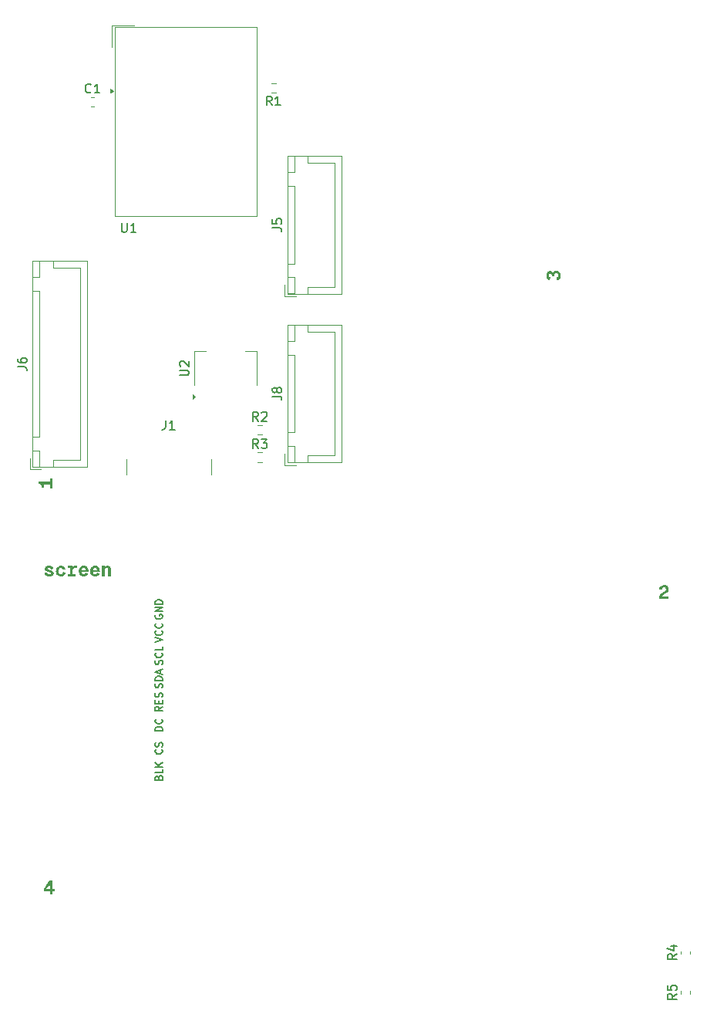
<source format=gbr>
%TF.GenerationSoftware,KiCad,Pcbnew,9.0.2*%
%TF.CreationDate,2025-07-24T13:27:54-05:00*%
%TF.ProjectId,clock,636c6f63-6b2e-46b6-9963-61645f706362,rev?*%
%TF.SameCoordinates,Original*%
%TF.FileFunction,Legend,Top*%
%TF.FilePolarity,Positive*%
%FSLAX46Y46*%
G04 Gerber Fmt 4.6, Leading zero omitted, Abs format (unit mm)*
G04 Created by KiCad (PCBNEW 9.0.2) date 2025-07-24 13:27:54*
%MOMM*%
%LPD*%
G01*
G04 APERTURE LIST*
%ADD10C,0.300000*%
%ADD11C,0.150000*%
%ADD12C,0.120000*%
G04 APERTURE END LIST*
D10*
G36*
X75640954Y-132120187D02*
G01*
X75533353Y-132113890D01*
X75443859Y-132096361D01*
X75369569Y-132069171D01*
X75301045Y-132030160D01*
X75246056Y-131984662D01*
X75202874Y-131932517D01*
X75169619Y-131873269D01*
X75147157Y-131809978D01*
X75135280Y-131741733D01*
X75415823Y-131730467D01*
X75442893Y-131792825D01*
X75486989Y-131840560D01*
X75524685Y-131862078D01*
X75575545Y-131876354D01*
X75643427Y-131881684D01*
X75733991Y-131874717D01*
X75787042Y-131857962D01*
X75813393Y-131838877D01*
X75828242Y-131815854D01*
X75833295Y-131787528D01*
X75829043Y-131757789D01*
X75817083Y-131734863D01*
X75795944Y-131716641D01*
X75754344Y-131697128D01*
X75614850Y-131661591D01*
X75453905Y-131621095D01*
X75344748Y-131580899D01*
X75281760Y-131546373D01*
X75235284Y-131508620D01*
X75202416Y-131467692D01*
X75179350Y-131420416D01*
X75164806Y-131364441D01*
X75159643Y-131297882D01*
X75165376Y-131234089D01*
X75182253Y-131175164D01*
X75210384Y-131120013D01*
X75248817Y-131071462D01*
X75299335Y-131028856D01*
X75363891Y-130992060D01*
X75434039Y-130966547D01*
X75518719Y-130950080D01*
X75620712Y-130944158D01*
X75732515Y-130951021D01*
X75822196Y-130969831D01*
X75893745Y-130998563D01*
X75959094Y-131039558D01*
X76010821Y-131086256D01*
X76050641Y-131138880D01*
X76093567Y-131227767D01*
X76116311Y-131321330D01*
X75833295Y-131333969D01*
X75819729Y-131291519D01*
X75797300Y-131255201D01*
X75766443Y-131225388D01*
X75725950Y-131202078D01*
X75679226Y-131187833D01*
X75622452Y-131182752D01*
X75562120Y-131187488D01*
X75519835Y-131199810D01*
X75490928Y-131217832D01*
X75460616Y-131256259D01*
X75451086Y-131297882D01*
X75456707Y-131334151D01*
X75472701Y-131362363D01*
X75499901Y-131384410D01*
X75549546Y-131406418D01*
X75705617Y-131445710D01*
X75859189Y-131483053D01*
X75959691Y-131520449D01*
X76017092Y-131552881D01*
X76058756Y-131587810D01*
X76087552Y-131625229D01*
X76114793Y-131693045D01*
X76124738Y-131782491D01*
X76118112Y-131850592D01*
X76098987Y-131910155D01*
X76067585Y-131962925D01*
X76025399Y-132008038D01*
X75971088Y-132046838D01*
X75902538Y-132079246D01*
X75829470Y-132101102D01*
X75743012Y-132115163D01*
X75640954Y-132120187D01*
G37*
G36*
X76908116Y-132120187D02*
G01*
X76803279Y-132111614D01*
X76709671Y-132086800D01*
X76625283Y-132046273D01*
X76549912Y-131990756D01*
X76486461Y-131922437D01*
X76434132Y-131839918D01*
X76396774Y-131749222D01*
X76373599Y-131647329D01*
X76365531Y-131532172D01*
X76373605Y-131417080D01*
X76396785Y-131315378D01*
X76434132Y-131224976D01*
X76486422Y-131142661D01*
X76549871Y-131074297D01*
X76625283Y-131018530D01*
X76709698Y-130977742D01*
X76803303Y-130952779D01*
X76908116Y-130944158D01*
X76995417Y-130950227D01*
X77075480Y-130967930D01*
X77149459Y-130996914D01*
X77217808Y-131037132D01*
X77277228Y-131086786D01*
X77328519Y-131146482D01*
X77369188Y-131213844D01*
X77398821Y-131289835D01*
X77417179Y-131375918D01*
X77134071Y-131391031D01*
X77114711Y-131330389D01*
X77088059Y-131282731D01*
X77054479Y-131245767D01*
X77013249Y-131218029D01*
X76965879Y-131201166D01*
X76910681Y-131195300D01*
X76837370Y-131205634D01*
X76777413Y-131235322D01*
X76727499Y-131285426D01*
X76692283Y-131348850D01*
X76669500Y-131429598D01*
X76661187Y-131532172D01*
X76669502Y-131634809D01*
X76692286Y-131715585D01*
X76727499Y-131779010D01*
X76777406Y-131829059D01*
X76837363Y-131858719D01*
X76910681Y-131869044D01*
X76966612Y-131862934D01*
X77014960Y-131845292D01*
X77057410Y-131816105D01*
X77091709Y-131777279D01*
X77118554Y-131726914D01*
X77137460Y-131662415D01*
X77420568Y-131677527D01*
X77402215Y-131763717D01*
X77372519Y-131840704D01*
X77331633Y-131909802D01*
X77280114Y-131971347D01*
X77220321Y-132022794D01*
X77151474Y-132064774D01*
X77076815Y-132095249D01*
X76996100Y-132113824D01*
X76908116Y-132120187D01*
G37*
G36*
X77938516Y-132095000D02*
G01*
X77938516Y-130969437D01*
X78148534Y-130969437D01*
X78170333Y-131263444D01*
X78151007Y-131264269D01*
X78170561Y-131167985D01*
X78199859Y-131095932D01*
X78237286Y-131042984D01*
X78287153Y-131003490D01*
X78352049Y-130978523D01*
X78436588Y-130969437D01*
X78689471Y-130969437D01*
X78689471Y-131202078D01*
X78457562Y-131202078D01*
X78382566Y-131209513D01*
X78326312Y-131229647D01*
X78281141Y-131263729D01*
X78248826Y-131311530D01*
X78230196Y-131370057D01*
X78223272Y-131448183D01*
X78223272Y-132095000D01*
X77938516Y-132095000D01*
G37*
G36*
X77668872Y-132095000D02*
G01*
X77668872Y-131869044D01*
X78566006Y-131869044D01*
X78566006Y-132095000D01*
X77668872Y-132095000D01*
G37*
G36*
X77668872Y-131195300D02*
G01*
X77668872Y-130969437D01*
X78108142Y-130969437D01*
X78108142Y-131195300D01*
X77668872Y-131195300D01*
G37*
G36*
X79511868Y-130952639D02*
G01*
X79602505Y-130977235D01*
X79684516Y-131017522D01*
X79757483Y-131072524D01*
X79819367Y-131140873D01*
X79870812Y-131224152D01*
X79907370Y-131315361D01*
X79930220Y-131419225D01*
X79938224Y-131538034D01*
X79938224Y-131609475D01*
X79172980Y-131609475D01*
X79187211Y-131690558D01*
X79213115Y-131753517D01*
X79249550Y-131802091D01*
X79297318Y-131838923D01*
X79353438Y-131861245D01*
X79420368Y-131869044D01*
X79494706Y-131859235D01*
X79553907Y-131831492D01*
X79600116Y-131787588D01*
X79629470Y-131731291D01*
X79915509Y-131750983D01*
X79868307Y-131862820D01*
X79807003Y-131952740D01*
X79731502Y-132024016D01*
X79665873Y-132065117D01*
X79592082Y-132095054D01*
X79508719Y-132113685D01*
X79414048Y-132120187D01*
X79311028Y-132111841D01*
X79218891Y-132087672D01*
X79135703Y-132048196D01*
X79061566Y-131993827D01*
X78999045Y-131926165D01*
X78947391Y-131843674D01*
X78910711Y-131752997D01*
X78887812Y-131649917D01*
X78879797Y-131532172D01*
X78887689Y-131416996D01*
X78888127Y-131415027D01*
X79176735Y-131415027D01*
X79632859Y-131415027D01*
X79619473Y-131344247D01*
X79595599Y-131290521D01*
X79562242Y-131250163D01*
X79519129Y-131220132D01*
X79468469Y-131201748D01*
X79408186Y-131195300D01*
X79346831Y-131201923D01*
X79295700Y-131220751D01*
X79252573Y-131251446D01*
X79218685Y-131292424D01*
X79193157Y-131345928D01*
X79176735Y-131415027D01*
X78888127Y-131415027D01*
X78910329Y-131315285D01*
X78946750Y-131224976D01*
X78997885Y-131142487D01*
X79059752Y-131074150D01*
X79133046Y-131018530D01*
X79215397Y-130977775D01*
X79307234Y-130952801D01*
X79410659Y-130944158D01*
X79511868Y-130952639D01*
G37*
G36*
X80770695Y-130952639D02*
G01*
X80861333Y-130977235D01*
X80943344Y-131017522D01*
X81016310Y-131072524D01*
X81078194Y-131140873D01*
X81129640Y-131224152D01*
X81166198Y-131315361D01*
X81189047Y-131419225D01*
X81197051Y-131538034D01*
X81197051Y-131609475D01*
X80431808Y-131609475D01*
X80446039Y-131690558D01*
X80471943Y-131753517D01*
X80508378Y-131802091D01*
X80556146Y-131838923D01*
X80612265Y-131861245D01*
X80679195Y-131869044D01*
X80753534Y-131859235D01*
X80812735Y-131831492D01*
X80858943Y-131787588D01*
X80888298Y-131731291D01*
X81174337Y-131750983D01*
X81127135Y-131862820D01*
X81065831Y-131952740D01*
X80990330Y-132024016D01*
X80924701Y-132065117D01*
X80850910Y-132095054D01*
X80767546Y-132113685D01*
X80672875Y-132120187D01*
X80569856Y-132111841D01*
X80477718Y-132087672D01*
X80394530Y-132048196D01*
X80320394Y-131993827D01*
X80257873Y-131926165D01*
X80206219Y-131843674D01*
X80169538Y-131752997D01*
X80146639Y-131649917D01*
X80138625Y-131532172D01*
X80146517Y-131416996D01*
X80146955Y-131415027D01*
X80435563Y-131415027D01*
X80891687Y-131415027D01*
X80878301Y-131344247D01*
X80854427Y-131290521D01*
X80821070Y-131250163D01*
X80777957Y-131220132D01*
X80727297Y-131201748D01*
X80667014Y-131195300D01*
X80605659Y-131201923D01*
X80554528Y-131220751D01*
X80511400Y-131251446D01*
X80477512Y-131292424D01*
X80451985Y-131345928D01*
X80435563Y-131415027D01*
X80146955Y-131415027D01*
X80169157Y-131315285D01*
X80205578Y-131224976D01*
X80256713Y-131142487D01*
X80318579Y-131074150D01*
X80391874Y-131018530D01*
X80474225Y-130977775D01*
X80566062Y-130952801D01*
X80669487Y-130944158D01*
X80770695Y-130952639D01*
G37*
G36*
X81445355Y-132095000D02*
G01*
X81445355Y-130969437D01*
X81705290Y-130969437D01*
X81714174Y-131276816D01*
X81685598Y-131264269D01*
X81714283Y-131161131D01*
X81756489Y-131083193D01*
X81814328Y-131021122D01*
X81883618Y-130978230D01*
X81962494Y-130952897D01*
X82051779Y-130944158D01*
X82131388Y-130950772D01*
X82196691Y-130969245D01*
X82250440Y-130998380D01*
X82296920Y-131038523D01*
X82335028Y-131087798D01*
X82365112Y-131147490D01*
X82393016Y-131246975D01*
X82402939Y-131366301D01*
X82402939Y-132095000D01*
X82118183Y-132095000D01*
X82118183Y-131430506D01*
X82112354Y-131346806D01*
X82097108Y-131286808D01*
X82074860Y-131244760D01*
X82042006Y-131212304D01*
X81999649Y-131192439D01*
X81944709Y-131185317D01*
X81888622Y-131192674D01*
X81837822Y-131214535D01*
X81794646Y-131249978D01*
X81759695Y-131300813D01*
X81738055Y-131362349D01*
X81730111Y-131443146D01*
X81730111Y-132095000D01*
X81445355Y-132095000D01*
G37*
G36*
X131778613Y-99105111D02*
G01*
X131769759Y-99234621D01*
X131745338Y-99339279D01*
X131707643Y-99423616D01*
X131657622Y-99491259D01*
X131593212Y-99547857D01*
X131519067Y-99590159D01*
X131433508Y-99618626D01*
X131334214Y-99632584D01*
X131319101Y-99331066D01*
X131387486Y-99316335D01*
X131436328Y-99290892D01*
X131470318Y-99255687D01*
X131494113Y-99211091D01*
X131508846Y-99159733D01*
X131514007Y-99100074D01*
X131508363Y-99035888D01*
X131492208Y-98980364D01*
X131464008Y-98932397D01*
X131423698Y-98895917D01*
X131372498Y-98873170D01*
X131303989Y-98864868D01*
X131235851Y-98872732D01*
X131183455Y-98894452D01*
X131141419Y-98930201D01*
X131110457Y-98979906D01*
X131092225Y-99039193D01*
X131085635Y-99113446D01*
X131085635Y-99226011D01*
X130848689Y-99226011D01*
X130848689Y-99113446D01*
X130843807Y-99056800D01*
X130830005Y-99009124D01*
X130805858Y-98968239D01*
X130771203Y-98937316D01*
X130727062Y-98918094D01*
X130667247Y-98911030D01*
X130606653Y-98917424D01*
X130561435Y-98934772D01*
X130527846Y-98961863D01*
X130503464Y-98998238D01*
X130488059Y-99043747D01*
X130482508Y-99100898D01*
X130488300Y-99164610D01*
X130503915Y-99212366D01*
X130527846Y-99247902D01*
X130560821Y-99275736D01*
X130601143Y-99295383D01*
X130650486Y-99306703D01*
X130635374Y-99609045D01*
X130542317Y-99590478D01*
X130462084Y-99558937D01*
X130392648Y-99514842D01*
X130332574Y-99457645D01*
X130285583Y-99390559D01*
X130250638Y-99310162D01*
X130228343Y-99213840D01*
X130220375Y-99098333D01*
X130226155Y-98997568D01*
X130242543Y-98910244D01*
X130268460Y-98834460D01*
X130306219Y-98764556D01*
X130352653Y-98708057D01*
X130408136Y-98663276D01*
X130471648Y-98630756D01*
X130544479Y-98610609D01*
X130628688Y-98603558D01*
X130720007Y-98613766D01*
X130794567Y-98642598D01*
X130856108Y-98689471D01*
X130904261Y-98751543D01*
X130942232Y-98832482D01*
X130968857Y-98936675D01*
X130928557Y-98936675D01*
X130945405Y-98847581D01*
X130972484Y-98772647D01*
X131009013Y-98709669D01*
X131054952Y-98656956D01*
X131110450Y-98613936D01*
X131172854Y-98583073D01*
X131243492Y-98564028D01*
X131324139Y-98557397D01*
X131416546Y-98565239D01*
X131497033Y-98587725D01*
X131567771Y-98624166D01*
X131629732Y-98674178D01*
X131681734Y-98736880D01*
X131724208Y-98814035D01*
X131753555Y-98897740D01*
X131772083Y-98994062D01*
X131778613Y-99105111D01*
G37*
G36*
X75995000Y-122021611D02*
G01*
X75016441Y-122021611D01*
X75016441Y-122387059D01*
X74767771Y-122387059D01*
X74767771Y-122223294D01*
X74760737Y-122142604D01*
X74742217Y-122084992D01*
X74708857Y-122039562D01*
X74658594Y-122007597D01*
X74595302Y-121989836D01*
X74503989Y-121982959D01*
X74503989Y-121722566D01*
X75995000Y-121722566D01*
X75995000Y-122021611D01*
G37*
G36*
X75995000Y-122449158D02*
G01*
X75725355Y-122449158D01*
X75725355Y-121390823D01*
X75995000Y-121390823D01*
X75995000Y-122449158D01*
G37*
G36*
X76024355Y-166437210D02*
G01*
X76201217Y-166437210D01*
X76201217Y-166696779D01*
X76024355Y-166696779D01*
X76024355Y-166995000D01*
X75725310Y-166995000D01*
X75725310Y-166696779D01*
X75058802Y-166696779D01*
X75058802Y-166451132D01*
X75067988Y-166437210D01*
X75339345Y-166437210D01*
X75725310Y-166437210D01*
X75725310Y-165879512D01*
X75339345Y-166437210D01*
X75067988Y-166437210D01*
X75683728Y-165503989D01*
X76024355Y-165503989D01*
X76024355Y-166437210D01*
G37*
G36*
X142592415Y-134595000D02*
G01*
X142598109Y-134474607D01*
X142614290Y-134369033D01*
X142639859Y-134276446D01*
X142678480Y-134189198D01*
X142733081Y-134105874D01*
X142805273Y-134025761D01*
X142887867Y-133955268D01*
X142994972Y-133881579D01*
X143130879Y-133804569D01*
X143203374Y-133764031D01*
X143257641Y-133727724D01*
X143302705Y-133687245D01*
X143333661Y-133644193D01*
X143352476Y-133594323D01*
X143359307Y-133529887D01*
X143353281Y-133472679D01*
X143336409Y-133426572D01*
X143308222Y-133388264D01*
X143268815Y-133359161D01*
X143220490Y-133341469D01*
X143156891Y-133334981D01*
X143083988Y-133342855D01*
X143028214Y-133364467D01*
X142985524Y-133398637D01*
X142952868Y-133444192D01*
X142926764Y-133504143D01*
X142908221Y-133581911D01*
X142598277Y-133564325D01*
X142618161Y-133452016D01*
X142652620Y-133355989D01*
X142700858Y-133273679D01*
X142763141Y-133203182D01*
X142837555Y-133147329D01*
X142926727Y-133106025D01*
X143033600Y-133079756D01*
X143161928Y-133070375D01*
X143272390Y-133077163D01*
X143364549Y-133096104D01*
X143441372Y-133125604D01*
X143511222Y-133168200D01*
X143566967Y-133219605D01*
X143610266Y-133280393D01*
X143641092Y-133348826D01*
X143660149Y-133425804D01*
X143666778Y-133513034D01*
X143656730Y-133627503D01*
X143628951Y-133718839D01*
X143599358Y-133773179D01*
X143558531Y-133825787D01*
X143505028Y-133877017D01*
X143409660Y-133947140D01*
X143271105Y-134029699D01*
X143157476Y-134094974D01*
X143078122Y-134148127D01*
X143011982Y-134202031D01*
X142972243Y-134244480D01*
X142945324Y-134288109D01*
X142934691Y-134325355D01*
X143667602Y-134325355D01*
X143667602Y-134595000D01*
X142592415Y-134595000D01*
G37*
D11*
X100154819Y-112383333D02*
X100869104Y-112383333D01*
X100869104Y-112383333D02*
X101011961Y-112430952D01*
X101011961Y-112430952D02*
X101107200Y-112526190D01*
X101107200Y-112526190D02*
X101154819Y-112669047D01*
X101154819Y-112669047D02*
X101154819Y-112764285D01*
X100583390Y-111764285D02*
X100535771Y-111859523D01*
X100535771Y-111859523D02*
X100488152Y-111907142D01*
X100488152Y-111907142D02*
X100392914Y-111954761D01*
X100392914Y-111954761D02*
X100345295Y-111954761D01*
X100345295Y-111954761D02*
X100250057Y-111907142D01*
X100250057Y-111907142D02*
X100202438Y-111859523D01*
X100202438Y-111859523D02*
X100154819Y-111764285D01*
X100154819Y-111764285D02*
X100154819Y-111573809D01*
X100154819Y-111573809D02*
X100202438Y-111478571D01*
X100202438Y-111478571D02*
X100250057Y-111430952D01*
X100250057Y-111430952D02*
X100345295Y-111383333D01*
X100345295Y-111383333D02*
X100392914Y-111383333D01*
X100392914Y-111383333D02*
X100488152Y-111430952D01*
X100488152Y-111430952D02*
X100535771Y-111478571D01*
X100535771Y-111478571D02*
X100583390Y-111573809D01*
X100583390Y-111573809D02*
X100583390Y-111764285D01*
X100583390Y-111764285D02*
X100631009Y-111859523D01*
X100631009Y-111859523D02*
X100678628Y-111907142D01*
X100678628Y-111907142D02*
X100773866Y-111954761D01*
X100773866Y-111954761D02*
X100964342Y-111954761D01*
X100964342Y-111954761D02*
X101059580Y-111907142D01*
X101059580Y-111907142D02*
X101107200Y-111859523D01*
X101107200Y-111859523D02*
X101154819Y-111764285D01*
X101154819Y-111764285D02*
X101154819Y-111573809D01*
X101154819Y-111573809D02*
X101107200Y-111478571D01*
X101107200Y-111478571D02*
X101059580Y-111430952D01*
X101059580Y-111430952D02*
X100964342Y-111383333D01*
X100964342Y-111383333D02*
X100773866Y-111383333D01*
X100773866Y-111383333D02*
X100678628Y-111430952D01*
X100678628Y-111430952D02*
X100631009Y-111478571D01*
X100631009Y-111478571D02*
X100583390Y-111573809D01*
X144524820Y-173554166D02*
X144048629Y-173887499D01*
X144524820Y-174125594D02*
X143524820Y-174125594D01*
X143524820Y-174125594D02*
X143524820Y-173744642D01*
X143524820Y-173744642D02*
X143572439Y-173649404D01*
X143572439Y-173649404D02*
X143620058Y-173601785D01*
X143620058Y-173601785D02*
X143715296Y-173554166D01*
X143715296Y-173554166D02*
X143858153Y-173554166D01*
X143858153Y-173554166D02*
X143953391Y-173601785D01*
X143953391Y-173601785D02*
X144001010Y-173649404D01*
X144001010Y-173649404D02*
X144048629Y-173744642D01*
X144048629Y-173744642D02*
X144048629Y-174125594D01*
X143858153Y-172697023D02*
X144524820Y-172697023D01*
X143477201Y-172935118D02*
X144191486Y-173173213D01*
X144191486Y-173173213D02*
X144191486Y-172554166D01*
X72154819Y-109133333D02*
X72869104Y-109133333D01*
X72869104Y-109133333D02*
X73011961Y-109180952D01*
X73011961Y-109180952D02*
X73107200Y-109276190D01*
X73107200Y-109276190D02*
X73154819Y-109419047D01*
X73154819Y-109419047D02*
X73154819Y-109514285D01*
X72154819Y-108228571D02*
X72154819Y-108419047D01*
X72154819Y-108419047D02*
X72202438Y-108514285D01*
X72202438Y-108514285D02*
X72250057Y-108561904D01*
X72250057Y-108561904D02*
X72392914Y-108657142D01*
X72392914Y-108657142D02*
X72583390Y-108704761D01*
X72583390Y-108704761D02*
X72964342Y-108704761D01*
X72964342Y-108704761D02*
X73059580Y-108657142D01*
X73059580Y-108657142D02*
X73107200Y-108609523D01*
X73107200Y-108609523D02*
X73154819Y-108514285D01*
X73154819Y-108514285D02*
X73154819Y-108323809D01*
X73154819Y-108323809D02*
X73107200Y-108228571D01*
X73107200Y-108228571D02*
X73059580Y-108180952D01*
X73059580Y-108180952D02*
X72964342Y-108133333D01*
X72964342Y-108133333D02*
X72726247Y-108133333D01*
X72726247Y-108133333D02*
X72631009Y-108180952D01*
X72631009Y-108180952D02*
X72583390Y-108228571D01*
X72583390Y-108228571D02*
X72535771Y-108323809D01*
X72535771Y-108323809D02*
X72535771Y-108514285D01*
X72535771Y-108514285D02*
X72583390Y-108609523D01*
X72583390Y-108609523D02*
X72631009Y-108657142D01*
X72631009Y-108657142D02*
X72726247Y-108704761D01*
X98583333Y-118074819D02*
X98250000Y-117598628D01*
X98011905Y-118074819D02*
X98011905Y-117074819D01*
X98011905Y-117074819D02*
X98392857Y-117074819D01*
X98392857Y-117074819D02*
X98488095Y-117122438D01*
X98488095Y-117122438D02*
X98535714Y-117170057D01*
X98535714Y-117170057D02*
X98583333Y-117265295D01*
X98583333Y-117265295D02*
X98583333Y-117408152D01*
X98583333Y-117408152D02*
X98535714Y-117503390D01*
X98535714Y-117503390D02*
X98488095Y-117551009D01*
X98488095Y-117551009D02*
X98392857Y-117598628D01*
X98392857Y-117598628D02*
X98011905Y-117598628D01*
X98916667Y-117074819D02*
X99535714Y-117074819D01*
X99535714Y-117074819D02*
X99202381Y-117455771D01*
X99202381Y-117455771D02*
X99345238Y-117455771D01*
X99345238Y-117455771D02*
X99440476Y-117503390D01*
X99440476Y-117503390D02*
X99488095Y-117551009D01*
X99488095Y-117551009D02*
X99535714Y-117646247D01*
X99535714Y-117646247D02*
X99535714Y-117884342D01*
X99535714Y-117884342D02*
X99488095Y-117979580D01*
X99488095Y-117979580D02*
X99440476Y-118027200D01*
X99440476Y-118027200D02*
X99345238Y-118074819D01*
X99345238Y-118074819D02*
X99059524Y-118074819D01*
X99059524Y-118074819D02*
X98964286Y-118027200D01*
X98964286Y-118027200D02*
X98916667Y-117979580D01*
X100154819Y-93883333D02*
X100869104Y-93883333D01*
X100869104Y-93883333D02*
X101011961Y-93930952D01*
X101011961Y-93930952D02*
X101107200Y-94026190D01*
X101107200Y-94026190D02*
X101154819Y-94169047D01*
X101154819Y-94169047D02*
X101154819Y-94264285D01*
X100154819Y-92930952D02*
X100154819Y-93407142D01*
X100154819Y-93407142D02*
X100631009Y-93454761D01*
X100631009Y-93454761D02*
X100583390Y-93407142D01*
X100583390Y-93407142D02*
X100535771Y-93311904D01*
X100535771Y-93311904D02*
X100535771Y-93073809D01*
X100535771Y-93073809D02*
X100583390Y-92978571D01*
X100583390Y-92978571D02*
X100631009Y-92930952D01*
X100631009Y-92930952D02*
X100726247Y-92883333D01*
X100726247Y-92883333D02*
X100964342Y-92883333D01*
X100964342Y-92883333D02*
X101059580Y-92930952D01*
X101059580Y-92930952D02*
X101107200Y-92978571D01*
X101107200Y-92978571D02*
X101154819Y-93073809D01*
X101154819Y-93073809D02*
X101154819Y-93311904D01*
X101154819Y-93311904D02*
X101107200Y-93407142D01*
X101107200Y-93407142D02*
X101059580Y-93454761D01*
X89954819Y-110061904D02*
X90764342Y-110061904D01*
X90764342Y-110061904D02*
X90859580Y-110014285D01*
X90859580Y-110014285D02*
X90907200Y-109966666D01*
X90907200Y-109966666D02*
X90954819Y-109871428D01*
X90954819Y-109871428D02*
X90954819Y-109680952D01*
X90954819Y-109680952D02*
X90907200Y-109585714D01*
X90907200Y-109585714D02*
X90859580Y-109538095D01*
X90859580Y-109538095D02*
X90764342Y-109490476D01*
X90764342Y-109490476D02*
X89954819Y-109490476D01*
X90050057Y-109061904D02*
X90002438Y-109014285D01*
X90002438Y-109014285D02*
X89954819Y-108919047D01*
X89954819Y-108919047D02*
X89954819Y-108680952D01*
X89954819Y-108680952D02*
X90002438Y-108585714D01*
X90002438Y-108585714D02*
X90050057Y-108538095D01*
X90050057Y-108538095D02*
X90145295Y-108490476D01*
X90145295Y-108490476D02*
X90240533Y-108490476D01*
X90240533Y-108490476D02*
X90383390Y-108538095D01*
X90383390Y-108538095D02*
X90954819Y-109109523D01*
X90954819Y-109109523D02*
X90954819Y-108490476D01*
X144524820Y-177916666D02*
X144048629Y-178249999D01*
X144524820Y-178488094D02*
X143524820Y-178488094D01*
X143524820Y-178488094D02*
X143524820Y-178107142D01*
X143524820Y-178107142D02*
X143572439Y-178011904D01*
X143572439Y-178011904D02*
X143620058Y-177964285D01*
X143620058Y-177964285D02*
X143715296Y-177916666D01*
X143715296Y-177916666D02*
X143858153Y-177916666D01*
X143858153Y-177916666D02*
X143953391Y-177964285D01*
X143953391Y-177964285D02*
X144001010Y-178011904D01*
X144001010Y-178011904D02*
X144048629Y-178107142D01*
X144048629Y-178107142D02*
X144048629Y-178488094D01*
X143524820Y-177011904D02*
X143524820Y-177488094D01*
X143524820Y-177488094D02*
X144001010Y-177535713D01*
X144001010Y-177535713D02*
X143953391Y-177488094D01*
X143953391Y-177488094D02*
X143905772Y-177392856D01*
X143905772Y-177392856D02*
X143905772Y-177154761D01*
X143905772Y-177154761D02*
X143953391Y-177059523D01*
X143953391Y-177059523D02*
X144001010Y-177011904D01*
X144001010Y-177011904D02*
X144096248Y-176964285D01*
X144096248Y-176964285D02*
X144334343Y-176964285D01*
X144334343Y-176964285D02*
X144429581Y-177011904D01*
X144429581Y-177011904D02*
X144477201Y-177059523D01*
X144477201Y-177059523D02*
X144524820Y-177154761D01*
X144524820Y-177154761D02*
X144524820Y-177392856D01*
X144524820Y-177392856D02*
X144477201Y-177488094D01*
X144477201Y-177488094D02*
X144429581Y-177535713D01*
X83598095Y-93344819D02*
X83598095Y-94154342D01*
X83598095Y-94154342D02*
X83645714Y-94249580D01*
X83645714Y-94249580D02*
X83693333Y-94297200D01*
X83693333Y-94297200D02*
X83788571Y-94344819D01*
X83788571Y-94344819D02*
X83979047Y-94344819D01*
X83979047Y-94344819D02*
X84074285Y-94297200D01*
X84074285Y-94297200D02*
X84121904Y-94249580D01*
X84121904Y-94249580D02*
X84169523Y-94154342D01*
X84169523Y-94154342D02*
X84169523Y-93344819D01*
X85169523Y-94344819D02*
X84598095Y-94344819D01*
X84883809Y-94344819D02*
X84883809Y-93344819D01*
X84883809Y-93344819D02*
X84788571Y-93487676D01*
X84788571Y-93487676D02*
X84693333Y-93582914D01*
X84693333Y-93582914D02*
X84598095Y-93630533D01*
X80220833Y-78979580D02*
X80173214Y-79027200D01*
X80173214Y-79027200D02*
X80030357Y-79074819D01*
X80030357Y-79074819D02*
X79935119Y-79074819D01*
X79935119Y-79074819D02*
X79792262Y-79027200D01*
X79792262Y-79027200D02*
X79697024Y-78931961D01*
X79697024Y-78931961D02*
X79649405Y-78836723D01*
X79649405Y-78836723D02*
X79601786Y-78646247D01*
X79601786Y-78646247D02*
X79601786Y-78503390D01*
X79601786Y-78503390D02*
X79649405Y-78312914D01*
X79649405Y-78312914D02*
X79697024Y-78217676D01*
X79697024Y-78217676D02*
X79792262Y-78122438D01*
X79792262Y-78122438D02*
X79935119Y-78074819D01*
X79935119Y-78074819D02*
X80030357Y-78074819D01*
X80030357Y-78074819D02*
X80173214Y-78122438D01*
X80173214Y-78122438D02*
X80220833Y-78170057D01*
X81173214Y-79074819D02*
X80601786Y-79074819D01*
X80887500Y-79074819D02*
X80887500Y-78074819D01*
X80887500Y-78074819D02*
X80792262Y-78217676D01*
X80792262Y-78217676D02*
X80697024Y-78312914D01*
X80697024Y-78312914D02*
X80601786Y-78360533D01*
X88416666Y-115004819D02*
X88416666Y-115719104D01*
X88416666Y-115719104D02*
X88369047Y-115861961D01*
X88369047Y-115861961D02*
X88273809Y-115957200D01*
X88273809Y-115957200D02*
X88130952Y-116004819D01*
X88130952Y-116004819D02*
X88035714Y-116004819D01*
X89416666Y-116004819D02*
X88845238Y-116004819D01*
X89130952Y-116004819D02*
X89130952Y-115004819D01*
X89130952Y-115004819D02*
X89035714Y-115147676D01*
X89035714Y-115147676D02*
X88940476Y-115242914D01*
X88940476Y-115242914D02*
X88845238Y-115290533D01*
X98583333Y-115074819D02*
X98250000Y-114598628D01*
X98011905Y-115074819D02*
X98011905Y-114074819D01*
X98011905Y-114074819D02*
X98392857Y-114074819D01*
X98392857Y-114074819D02*
X98488095Y-114122438D01*
X98488095Y-114122438D02*
X98535714Y-114170057D01*
X98535714Y-114170057D02*
X98583333Y-114265295D01*
X98583333Y-114265295D02*
X98583333Y-114408152D01*
X98583333Y-114408152D02*
X98535714Y-114503390D01*
X98535714Y-114503390D02*
X98488095Y-114551009D01*
X98488095Y-114551009D02*
X98392857Y-114598628D01*
X98392857Y-114598628D02*
X98011905Y-114598628D01*
X98964286Y-114170057D02*
X99011905Y-114122438D01*
X99011905Y-114122438D02*
X99107143Y-114074819D01*
X99107143Y-114074819D02*
X99345238Y-114074819D01*
X99345238Y-114074819D02*
X99440476Y-114122438D01*
X99440476Y-114122438D02*
X99488095Y-114170057D01*
X99488095Y-114170057D02*
X99535714Y-114265295D01*
X99535714Y-114265295D02*
X99535714Y-114360533D01*
X99535714Y-114360533D02*
X99488095Y-114503390D01*
X99488095Y-114503390D02*
X98916667Y-115074819D01*
X98916667Y-115074819D02*
X99535714Y-115074819D01*
X100083333Y-80434819D02*
X99750000Y-79958628D01*
X99511905Y-80434819D02*
X99511905Y-79434819D01*
X99511905Y-79434819D02*
X99892857Y-79434819D01*
X99892857Y-79434819D02*
X99988095Y-79482438D01*
X99988095Y-79482438D02*
X100035714Y-79530057D01*
X100035714Y-79530057D02*
X100083333Y-79625295D01*
X100083333Y-79625295D02*
X100083333Y-79768152D01*
X100083333Y-79768152D02*
X100035714Y-79863390D01*
X100035714Y-79863390D02*
X99988095Y-79911009D01*
X99988095Y-79911009D02*
X99892857Y-79958628D01*
X99892857Y-79958628D02*
X99511905Y-79958628D01*
X101035714Y-80434819D02*
X100464286Y-80434819D01*
X100750000Y-80434819D02*
X100750000Y-79434819D01*
X100750000Y-79434819D02*
X100654762Y-79577676D01*
X100654762Y-79577676D02*
X100559524Y-79672914D01*
X100559524Y-79672914D02*
X100464286Y-79720533D01*
X87643247Y-154196666D02*
X87681342Y-154082380D01*
X87681342Y-154082380D02*
X87719438Y-154044285D01*
X87719438Y-154044285D02*
X87795628Y-154006189D01*
X87795628Y-154006189D02*
X87909914Y-154006189D01*
X87909914Y-154006189D02*
X87986104Y-154044285D01*
X87986104Y-154044285D02*
X88024200Y-154082380D01*
X88024200Y-154082380D02*
X88062295Y-154158570D01*
X88062295Y-154158570D02*
X88062295Y-154463332D01*
X88062295Y-154463332D02*
X87262295Y-154463332D01*
X87262295Y-154463332D02*
X87262295Y-154196666D01*
X87262295Y-154196666D02*
X87300390Y-154120475D01*
X87300390Y-154120475D02*
X87338485Y-154082380D01*
X87338485Y-154082380D02*
X87414676Y-154044285D01*
X87414676Y-154044285D02*
X87490866Y-154044285D01*
X87490866Y-154044285D02*
X87567057Y-154082380D01*
X87567057Y-154082380D02*
X87605152Y-154120475D01*
X87605152Y-154120475D02*
X87643247Y-154196666D01*
X87643247Y-154196666D02*
X87643247Y-154463332D01*
X88062295Y-153282380D02*
X88062295Y-153663332D01*
X88062295Y-153663332D02*
X87262295Y-153663332D01*
X88062295Y-153015713D02*
X87262295Y-153015713D01*
X88062295Y-152558570D02*
X87605152Y-152901428D01*
X87262295Y-152558570D02*
X87719438Y-153015713D01*
X87300390Y-136359523D02*
X87262295Y-136435713D01*
X87262295Y-136435713D02*
X87262295Y-136549999D01*
X87262295Y-136549999D02*
X87300390Y-136664285D01*
X87300390Y-136664285D02*
X87376580Y-136740475D01*
X87376580Y-136740475D02*
X87452771Y-136778570D01*
X87452771Y-136778570D02*
X87605152Y-136816666D01*
X87605152Y-136816666D02*
X87719438Y-136816666D01*
X87719438Y-136816666D02*
X87871819Y-136778570D01*
X87871819Y-136778570D02*
X87948009Y-136740475D01*
X87948009Y-136740475D02*
X88024200Y-136664285D01*
X88024200Y-136664285D02*
X88062295Y-136549999D01*
X88062295Y-136549999D02*
X88062295Y-136473808D01*
X88062295Y-136473808D02*
X88024200Y-136359523D01*
X88024200Y-136359523D02*
X87986104Y-136321427D01*
X87986104Y-136321427D02*
X87719438Y-136321427D01*
X87719438Y-136321427D02*
X87719438Y-136473808D01*
X88062295Y-135978570D02*
X87262295Y-135978570D01*
X87262295Y-135978570D02*
X88062295Y-135521427D01*
X88062295Y-135521427D02*
X87262295Y-135521427D01*
X88062295Y-135140475D02*
X87262295Y-135140475D01*
X87262295Y-135140475D02*
X87262295Y-134949999D01*
X87262295Y-134949999D02*
X87300390Y-134835713D01*
X87300390Y-134835713D02*
X87376580Y-134759523D01*
X87376580Y-134759523D02*
X87452771Y-134721428D01*
X87452771Y-134721428D02*
X87605152Y-134683332D01*
X87605152Y-134683332D02*
X87719438Y-134683332D01*
X87719438Y-134683332D02*
X87871819Y-134721428D01*
X87871819Y-134721428D02*
X87948009Y-134759523D01*
X87948009Y-134759523D02*
X88024200Y-134835713D01*
X88024200Y-134835713D02*
X88062295Y-134949999D01*
X88062295Y-134949999D02*
X88062295Y-135140475D01*
X88024200Y-141782381D02*
X88062295Y-141668095D01*
X88062295Y-141668095D02*
X88062295Y-141477619D01*
X88062295Y-141477619D02*
X88024200Y-141401428D01*
X88024200Y-141401428D02*
X87986104Y-141363333D01*
X87986104Y-141363333D02*
X87909914Y-141325238D01*
X87909914Y-141325238D02*
X87833723Y-141325238D01*
X87833723Y-141325238D02*
X87757533Y-141363333D01*
X87757533Y-141363333D02*
X87719438Y-141401428D01*
X87719438Y-141401428D02*
X87681342Y-141477619D01*
X87681342Y-141477619D02*
X87643247Y-141630000D01*
X87643247Y-141630000D02*
X87605152Y-141706190D01*
X87605152Y-141706190D02*
X87567057Y-141744285D01*
X87567057Y-141744285D02*
X87490866Y-141782381D01*
X87490866Y-141782381D02*
X87414676Y-141782381D01*
X87414676Y-141782381D02*
X87338485Y-141744285D01*
X87338485Y-141744285D02*
X87300390Y-141706190D01*
X87300390Y-141706190D02*
X87262295Y-141630000D01*
X87262295Y-141630000D02*
X87262295Y-141439523D01*
X87262295Y-141439523D02*
X87300390Y-141325238D01*
X87986104Y-140525237D02*
X88024200Y-140563333D01*
X88024200Y-140563333D02*
X88062295Y-140677618D01*
X88062295Y-140677618D02*
X88062295Y-140753809D01*
X88062295Y-140753809D02*
X88024200Y-140868095D01*
X88024200Y-140868095D02*
X87948009Y-140944285D01*
X87948009Y-140944285D02*
X87871819Y-140982380D01*
X87871819Y-140982380D02*
X87719438Y-141020476D01*
X87719438Y-141020476D02*
X87605152Y-141020476D01*
X87605152Y-141020476D02*
X87452771Y-140982380D01*
X87452771Y-140982380D02*
X87376580Y-140944285D01*
X87376580Y-140944285D02*
X87300390Y-140868095D01*
X87300390Y-140868095D02*
X87262295Y-140753809D01*
X87262295Y-140753809D02*
X87262295Y-140677618D01*
X87262295Y-140677618D02*
X87300390Y-140563333D01*
X87300390Y-140563333D02*
X87338485Y-140525237D01*
X88062295Y-139801428D02*
X88062295Y-140182380D01*
X88062295Y-140182380D02*
X87262295Y-140182380D01*
X87262295Y-139356666D02*
X88062295Y-139089999D01*
X88062295Y-139089999D02*
X87262295Y-138823333D01*
X87986104Y-138099523D02*
X88024200Y-138137619D01*
X88024200Y-138137619D02*
X88062295Y-138251904D01*
X88062295Y-138251904D02*
X88062295Y-138328095D01*
X88062295Y-138328095D02*
X88024200Y-138442381D01*
X88024200Y-138442381D02*
X87948009Y-138518571D01*
X87948009Y-138518571D02*
X87871819Y-138556666D01*
X87871819Y-138556666D02*
X87719438Y-138594762D01*
X87719438Y-138594762D02*
X87605152Y-138594762D01*
X87605152Y-138594762D02*
X87452771Y-138556666D01*
X87452771Y-138556666D02*
X87376580Y-138518571D01*
X87376580Y-138518571D02*
X87300390Y-138442381D01*
X87300390Y-138442381D02*
X87262295Y-138328095D01*
X87262295Y-138328095D02*
X87262295Y-138251904D01*
X87262295Y-138251904D02*
X87300390Y-138137619D01*
X87300390Y-138137619D02*
X87338485Y-138099523D01*
X87986104Y-137299523D02*
X88024200Y-137337619D01*
X88024200Y-137337619D02*
X88062295Y-137451904D01*
X88062295Y-137451904D02*
X88062295Y-137528095D01*
X88062295Y-137528095D02*
X88024200Y-137642381D01*
X88024200Y-137642381D02*
X87948009Y-137718571D01*
X87948009Y-137718571D02*
X87871819Y-137756666D01*
X87871819Y-137756666D02*
X87719438Y-137794762D01*
X87719438Y-137794762D02*
X87605152Y-137794762D01*
X87605152Y-137794762D02*
X87452771Y-137756666D01*
X87452771Y-137756666D02*
X87376580Y-137718571D01*
X87376580Y-137718571D02*
X87300390Y-137642381D01*
X87300390Y-137642381D02*
X87262295Y-137528095D01*
X87262295Y-137528095D02*
X87262295Y-137451904D01*
X87262295Y-137451904D02*
X87300390Y-137337619D01*
X87300390Y-137337619D02*
X87338485Y-137299523D01*
X88024200Y-144341428D02*
X88062295Y-144227142D01*
X88062295Y-144227142D02*
X88062295Y-144036666D01*
X88062295Y-144036666D02*
X88024200Y-143960475D01*
X88024200Y-143960475D02*
X87986104Y-143922380D01*
X87986104Y-143922380D02*
X87909914Y-143884285D01*
X87909914Y-143884285D02*
X87833723Y-143884285D01*
X87833723Y-143884285D02*
X87757533Y-143922380D01*
X87757533Y-143922380D02*
X87719438Y-143960475D01*
X87719438Y-143960475D02*
X87681342Y-144036666D01*
X87681342Y-144036666D02*
X87643247Y-144189047D01*
X87643247Y-144189047D02*
X87605152Y-144265237D01*
X87605152Y-144265237D02*
X87567057Y-144303332D01*
X87567057Y-144303332D02*
X87490866Y-144341428D01*
X87490866Y-144341428D02*
X87414676Y-144341428D01*
X87414676Y-144341428D02*
X87338485Y-144303332D01*
X87338485Y-144303332D02*
X87300390Y-144265237D01*
X87300390Y-144265237D02*
X87262295Y-144189047D01*
X87262295Y-144189047D02*
X87262295Y-143998570D01*
X87262295Y-143998570D02*
X87300390Y-143884285D01*
X88062295Y-143541427D02*
X87262295Y-143541427D01*
X87262295Y-143541427D02*
X87262295Y-143350951D01*
X87262295Y-143350951D02*
X87300390Y-143236665D01*
X87300390Y-143236665D02*
X87376580Y-143160475D01*
X87376580Y-143160475D02*
X87452771Y-143122380D01*
X87452771Y-143122380D02*
X87605152Y-143084284D01*
X87605152Y-143084284D02*
X87719438Y-143084284D01*
X87719438Y-143084284D02*
X87871819Y-143122380D01*
X87871819Y-143122380D02*
X87948009Y-143160475D01*
X87948009Y-143160475D02*
X88024200Y-143236665D01*
X88024200Y-143236665D02*
X88062295Y-143350951D01*
X88062295Y-143350951D02*
X88062295Y-143541427D01*
X87833723Y-142779523D02*
X87833723Y-142398570D01*
X88062295Y-142855713D02*
X87262295Y-142589046D01*
X87262295Y-142589046D02*
X88062295Y-142322380D01*
X88062295Y-149059523D02*
X87262295Y-149059523D01*
X87262295Y-149059523D02*
X87262295Y-148869047D01*
X87262295Y-148869047D02*
X87300390Y-148754761D01*
X87300390Y-148754761D02*
X87376580Y-148678571D01*
X87376580Y-148678571D02*
X87452771Y-148640476D01*
X87452771Y-148640476D02*
X87605152Y-148602380D01*
X87605152Y-148602380D02*
X87719438Y-148602380D01*
X87719438Y-148602380D02*
X87871819Y-148640476D01*
X87871819Y-148640476D02*
X87948009Y-148678571D01*
X87948009Y-148678571D02*
X88024200Y-148754761D01*
X88024200Y-148754761D02*
X88062295Y-148869047D01*
X88062295Y-148869047D02*
X88062295Y-149059523D01*
X87986104Y-147802380D02*
X88024200Y-147840476D01*
X88024200Y-147840476D02*
X88062295Y-147954761D01*
X88062295Y-147954761D02*
X88062295Y-148030952D01*
X88062295Y-148030952D02*
X88024200Y-148145238D01*
X88024200Y-148145238D02*
X87948009Y-148221428D01*
X87948009Y-148221428D02*
X87871819Y-148259523D01*
X87871819Y-148259523D02*
X87719438Y-148297619D01*
X87719438Y-148297619D02*
X87605152Y-148297619D01*
X87605152Y-148297619D02*
X87452771Y-148259523D01*
X87452771Y-148259523D02*
X87376580Y-148221428D01*
X87376580Y-148221428D02*
X87300390Y-148145238D01*
X87300390Y-148145238D02*
X87262295Y-148030952D01*
X87262295Y-148030952D02*
X87262295Y-147954761D01*
X87262295Y-147954761D02*
X87300390Y-147840476D01*
X87300390Y-147840476D02*
X87338485Y-147802380D01*
X87986104Y-151123332D02*
X88024200Y-151161428D01*
X88024200Y-151161428D02*
X88062295Y-151275713D01*
X88062295Y-151275713D02*
X88062295Y-151351904D01*
X88062295Y-151351904D02*
X88024200Y-151466190D01*
X88024200Y-151466190D02*
X87948009Y-151542380D01*
X87948009Y-151542380D02*
X87871819Y-151580475D01*
X87871819Y-151580475D02*
X87719438Y-151618571D01*
X87719438Y-151618571D02*
X87605152Y-151618571D01*
X87605152Y-151618571D02*
X87452771Y-151580475D01*
X87452771Y-151580475D02*
X87376580Y-151542380D01*
X87376580Y-151542380D02*
X87300390Y-151466190D01*
X87300390Y-151466190D02*
X87262295Y-151351904D01*
X87262295Y-151351904D02*
X87262295Y-151275713D01*
X87262295Y-151275713D02*
X87300390Y-151161428D01*
X87300390Y-151161428D02*
X87338485Y-151123332D01*
X88024200Y-150818571D02*
X88062295Y-150704285D01*
X88062295Y-150704285D02*
X88062295Y-150513809D01*
X88062295Y-150513809D02*
X88024200Y-150437618D01*
X88024200Y-150437618D02*
X87986104Y-150399523D01*
X87986104Y-150399523D02*
X87909914Y-150361428D01*
X87909914Y-150361428D02*
X87833723Y-150361428D01*
X87833723Y-150361428D02*
X87757533Y-150399523D01*
X87757533Y-150399523D02*
X87719438Y-150437618D01*
X87719438Y-150437618D02*
X87681342Y-150513809D01*
X87681342Y-150513809D02*
X87643247Y-150666190D01*
X87643247Y-150666190D02*
X87605152Y-150742380D01*
X87605152Y-150742380D02*
X87567057Y-150780475D01*
X87567057Y-150780475D02*
X87490866Y-150818571D01*
X87490866Y-150818571D02*
X87414676Y-150818571D01*
X87414676Y-150818571D02*
X87338485Y-150780475D01*
X87338485Y-150780475D02*
X87300390Y-150742380D01*
X87300390Y-150742380D02*
X87262295Y-150666190D01*
X87262295Y-150666190D02*
X87262295Y-150475713D01*
X87262295Y-150475713D02*
X87300390Y-150361428D01*
X88062295Y-146405237D02*
X87681342Y-146671904D01*
X88062295Y-146862380D02*
X87262295Y-146862380D01*
X87262295Y-146862380D02*
X87262295Y-146557618D01*
X87262295Y-146557618D02*
X87300390Y-146481428D01*
X87300390Y-146481428D02*
X87338485Y-146443333D01*
X87338485Y-146443333D02*
X87414676Y-146405237D01*
X87414676Y-146405237D02*
X87528961Y-146405237D01*
X87528961Y-146405237D02*
X87605152Y-146443333D01*
X87605152Y-146443333D02*
X87643247Y-146481428D01*
X87643247Y-146481428D02*
X87681342Y-146557618D01*
X87681342Y-146557618D02*
X87681342Y-146862380D01*
X87643247Y-146062380D02*
X87643247Y-145795714D01*
X88062295Y-145681428D02*
X88062295Y-146062380D01*
X88062295Y-146062380D02*
X87262295Y-146062380D01*
X87262295Y-146062380D02*
X87262295Y-145681428D01*
X88024200Y-145376666D02*
X88062295Y-145262380D01*
X88062295Y-145262380D02*
X88062295Y-145071904D01*
X88062295Y-145071904D02*
X88024200Y-144995713D01*
X88024200Y-144995713D02*
X87986104Y-144957618D01*
X87986104Y-144957618D02*
X87909914Y-144919523D01*
X87909914Y-144919523D02*
X87833723Y-144919523D01*
X87833723Y-144919523D02*
X87757533Y-144957618D01*
X87757533Y-144957618D02*
X87719438Y-144995713D01*
X87719438Y-144995713D02*
X87681342Y-145071904D01*
X87681342Y-145071904D02*
X87643247Y-145224285D01*
X87643247Y-145224285D02*
X87605152Y-145300475D01*
X87605152Y-145300475D02*
X87567057Y-145338570D01*
X87567057Y-145338570D02*
X87490866Y-145376666D01*
X87490866Y-145376666D02*
X87414676Y-145376666D01*
X87414676Y-145376666D02*
X87338485Y-145338570D01*
X87338485Y-145338570D02*
X87300390Y-145300475D01*
X87300390Y-145300475D02*
X87262295Y-145224285D01*
X87262295Y-145224285D02*
X87262295Y-145033808D01*
X87262295Y-145033808D02*
X87300390Y-144919523D01*
D12*
%TO.C,J8*%
X101500000Y-118650000D02*
X101500000Y-119900000D01*
X101500000Y-119900000D02*
X102750000Y-119900000D01*
X101790000Y-104490000D02*
X101790000Y-119610000D01*
X101790000Y-119610000D02*
X107760000Y-119610000D01*
X101800000Y-104500000D02*
X101800000Y-106300000D01*
X101800000Y-106300000D02*
X102550000Y-106300000D01*
X101800000Y-107800000D02*
X101800000Y-116300000D01*
X101800000Y-116300000D02*
X102550000Y-116300000D01*
X101800000Y-117800000D02*
X101800000Y-119600000D01*
X101800000Y-119600000D02*
X102550000Y-119600000D01*
X102550000Y-104500000D02*
X101800000Y-104500000D01*
X102550000Y-106300000D02*
X102550000Y-104500000D01*
X102550000Y-107800000D02*
X101800000Y-107800000D01*
X102550000Y-116300000D02*
X102550000Y-107800000D01*
X102550000Y-117800000D02*
X101800000Y-117800000D01*
X102550000Y-119600000D02*
X102550000Y-117800000D01*
X104050000Y-104500000D02*
X104050000Y-105250000D01*
X104050000Y-105250000D02*
X107000000Y-105250000D01*
X104050000Y-118850000D02*
X107000000Y-118850000D01*
X104050000Y-119600000D02*
X104050000Y-118850000D01*
X107000000Y-105250000D02*
X107000000Y-112050000D01*
X107000000Y-118850000D02*
X107000000Y-112050000D01*
X107760000Y-104490000D02*
X101790000Y-104490000D01*
X107760000Y-119610000D02*
X107760000Y-104490000D01*
%TO.C,R4*%
X144990001Y-173533767D02*
X144990001Y-173241233D01*
X146010001Y-173533767D02*
X146010001Y-173241233D01*
%TO.C,J6*%
X73500000Y-119150000D02*
X73500000Y-120400000D01*
X73500000Y-120400000D02*
X74750000Y-120400000D01*
X73790000Y-97490000D02*
X73790000Y-120110000D01*
X73790000Y-120110000D02*
X79760000Y-120110000D01*
X73800000Y-97500000D02*
X73800000Y-99300000D01*
X73800000Y-99300000D02*
X74550000Y-99300000D01*
X73800000Y-100800000D02*
X73800000Y-116800000D01*
X73800000Y-116800000D02*
X74550000Y-116800000D01*
X73800000Y-118300000D02*
X73800000Y-120100000D01*
X73800000Y-120100000D02*
X74550000Y-120100000D01*
X74550000Y-97500000D02*
X73800000Y-97500000D01*
X74550000Y-99300000D02*
X74550000Y-97500000D01*
X74550000Y-100800000D02*
X73800000Y-100800000D01*
X74550000Y-116800000D02*
X74550000Y-100800000D01*
X74550000Y-118300000D02*
X73800000Y-118300000D01*
X74550000Y-120100000D02*
X74550000Y-118300000D01*
X76050000Y-97500000D02*
X76050000Y-98250000D01*
X76050000Y-98250000D02*
X79000000Y-98250000D01*
X76050000Y-119350000D02*
X79000000Y-119350000D01*
X76050000Y-120100000D02*
X76050000Y-119350000D01*
X79000000Y-98250000D02*
X79000000Y-108800000D01*
X79000000Y-119350000D02*
X79000000Y-108800000D01*
X79760000Y-97490000D02*
X73790000Y-97490000D01*
X79760000Y-120110000D02*
X79760000Y-97490000D01*
%TO.C,R3*%
X98495276Y-118527500D02*
X99004724Y-118527500D01*
X98495276Y-119572500D02*
X99004724Y-119572500D01*
%TO.C,J5*%
X101500000Y-100150000D02*
X101500000Y-101400000D01*
X101500000Y-101400000D02*
X102750000Y-101400000D01*
X101790000Y-85990000D02*
X101790000Y-101110000D01*
X101790000Y-101110000D02*
X107760000Y-101110000D01*
X101800000Y-86000000D02*
X101800000Y-87800000D01*
X101800000Y-87800000D02*
X102550000Y-87800000D01*
X101800000Y-89300000D02*
X101800000Y-97800000D01*
X101800000Y-97800000D02*
X102550000Y-97800000D01*
X101800000Y-99300000D02*
X101800000Y-101100000D01*
X101800000Y-101100000D02*
X102550000Y-101100000D01*
X102550000Y-86000000D02*
X101800000Y-86000000D01*
X102550000Y-87800000D02*
X102550000Y-86000000D01*
X102550000Y-89300000D02*
X101800000Y-89300000D01*
X102550000Y-97800000D02*
X102550000Y-89300000D01*
X102550000Y-99300000D02*
X101800000Y-99300000D01*
X102550000Y-101100000D02*
X102550000Y-99300000D01*
X104050000Y-86000000D02*
X104050000Y-86750000D01*
X104050000Y-86750000D02*
X107000000Y-86750000D01*
X104050000Y-100350000D02*
X107000000Y-100350000D01*
X104050000Y-101100000D02*
X104050000Y-100350000D01*
X107000000Y-86750000D02*
X107000000Y-93550000D01*
X107000000Y-100350000D02*
X107000000Y-93550000D01*
X107760000Y-85990000D02*
X101790000Y-85990000D01*
X107760000Y-101110000D02*
X107760000Y-85990000D01*
%TO.C,U2*%
X91590000Y-107390000D02*
X92850000Y-107390000D01*
X91590000Y-111150000D02*
X91590000Y-107390000D01*
X98410000Y-107390000D02*
X97150000Y-107390000D01*
X98410000Y-111150000D02*
X98410000Y-107390000D01*
X91690000Y-112430000D02*
X91360000Y-112670000D01*
X91360000Y-112190000D01*
X91690000Y-112430000D01*
G36*
X91690000Y-112430000D02*
G01*
X91360000Y-112670000D01*
X91360000Y-112190000D01*
X91690000Y-112430000D01*
G37*
%TO.C,R5*%
X144990001Y-177896267D02*
X144990001Y-177603733D01*
X146010001Y-177896267D02*
X146010001Y-177603733D01*
%TO.C,U1*%
X82535000Y-71640000D02*
X82535000Y-74090000D01*
X82535000Y-71640000D02*
X84985000Y-71640000D01*
X82810000Y-71890000D02*
X98410000Y-71890000D01*
X82810000Y-92590000D02*
X82810000Y-71890000D01*
X98410000Y-71890000D02*
X98410000Y-92590000D01*
X98410000Y-92590000D02*
X82810000Y-92590000D01*
X82635000Y-78840000D02*
X82299000Y-79080000D01*
X82299000Y-78600000D01*
X82635000Y-78840000D01*
G36*
X82635000Y-78840000D02*
G01*
X82299000Y-79080000D01*
X82299000Y-78600000D01*
X82635000Y-78840000D01*
G37*
%TO.C,C1*%
X80241233Y-79540000D02*
X80533767Y-79540000D01*
X80241233Y-80560000D02*
X80533767Y-80560000D01*
%TO.C,J1*%
X84080000Y-120950000D02*
X84080000Y-119250000D01*
X93420000Y-120950000D02*
X93420000Y-119250000D01*
%TO.C,R2*%
X98495276Y-115527500D02*
X99004724Y-115527500D01*
X98495276Y-116572500D02*
X99004724Y-116572500D01*
%TO.C,R1*%
X100504724Y-78027500D02*
X99995276Y-78027500D01*
X100504724Y-79072500D02*
X99995276Y-79072500D01*
%TD*%
M02*

</source>
